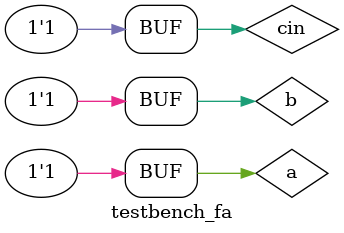
<source format=v>
module fa (sum, cout, a, b, cin);

input a, b, cin;
output sum, cout;
wire w0, w1, w2;
xor x1(w0, a, b);
and a1(w1, a, b);
xor x2(sum, w0, cin);
and a2(w2, w0, cin);
or o1(cout, w1, w2);

endmodule

// Most. Sabrina Naorin Sumona
// ID 181472565

module testbench_fa;

reg a, b, cin;
wire sum, cout;
fa f(sum, cout, a, b, cin);
initial 
begin
a = 1'b0; b = 1'b0; cin = 1'b0;
#10; a = 1'b0; b = 1'b0; cin = 1'b1;
#10; a = 1'b0; b = 1'b1; cin = 1'b0;
#10; a = 1'b0; b = 1'b1; cin = 1'b1;
#10; a = 1'b1; b = 1'b0; cin = 1'b0;
#10; a = 1'b1; b = 1'b0; cin = 1'b1;
#10; a = 1'b1; b = 1'b1; cin = 1'b0;
#10; a = 1'b1; b = 1'b1; cin = 1'b1;
end

endmodule
</source>
